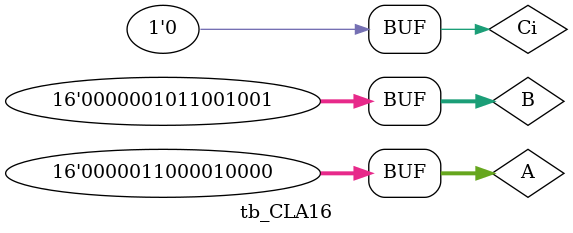
<source format=v>
 module tb_CLA16;

   reg [15:0] A;
   reg [15:0] B;
   reg Ci;
   wire [15:0] S;
   wire Co;
   wire PG;
   wire GG;

   wire [15:0] G;
   wire [15:0] P;
   wire [15:1] C;

 //CLA4 u0(A, B, Ci, S, PG, GG);
 CLA16 u1(A, B, Ci, S, Co);

   initial begin
       $dumpfile("dump.vcd");
     $dumpvars(0);
   A = 16'hAAAA;//16'b0000_1010_1010_1000;
   B = 16'h5555;//16'b0000_0100_0000_0000;
   Ci = 1;

   #100

   A = 16'hAAAA;//16'b0000_0000_1010_1000;
   B = 16'h5555;//16'b0000_0100_0110_0000;
   Ci = 0;

   #100
   A = 16'd1552;
   B = 16'd0713;
   Ci = 0;

   end

   endmodule
</source>
